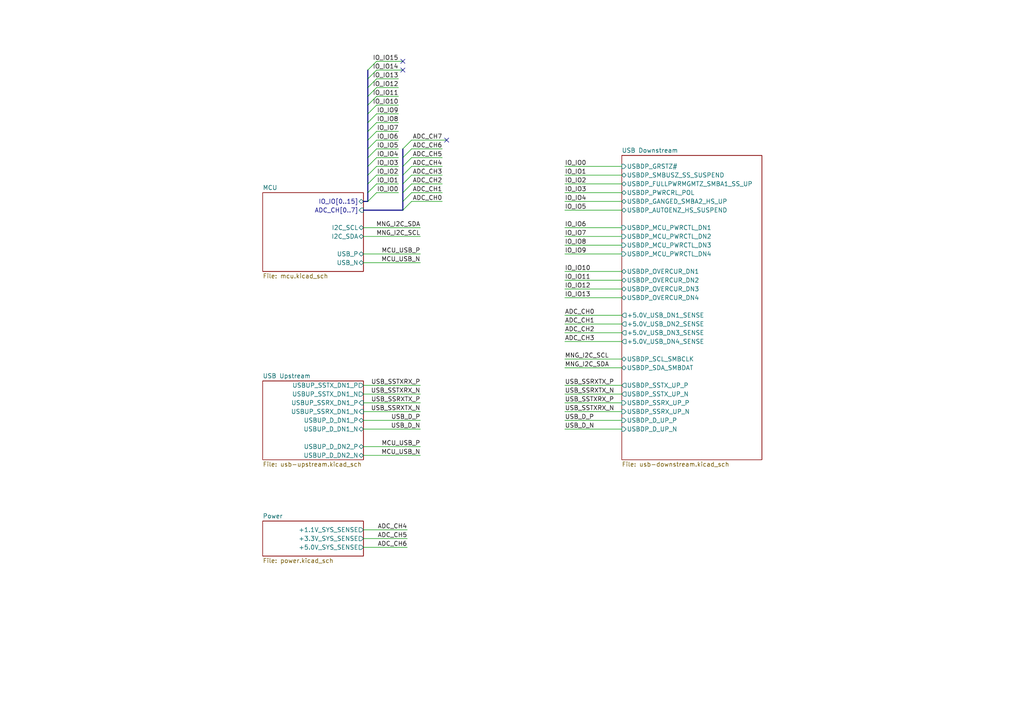
<source format=kicad_sch>
(kicad_sch
	(version 20231120)
	(generator "eeschema")
	(generator_version "8.0")
	(uuid "75e2f29c-cda7-4993-9b47-620d65bf9210")
	(paper "A4")
	(title_block
		(title "USB HUB")
		(date "2024-11-16")
		(rev "1.00")
		(company "Elezbyl")
	)
	(lib_symbols)
	(no_connect
		(at 129.54 40.64)
		(uuid "703d1552-4b31-4200-9663-a67da11f10da")
	)
	(no_connect
		(at 116.84 17.78)
		(uuid "855cf32b-cc9c-44b7-9f84-91debff27f12")
	)
	(no_connect
		(at 116.84 20.32)
		(uuid "ccae8568-7922-4e32-aa7b-1ea3d195c572")
	)
	(bus_entry
		(at 106.68 45.72)
		(size 2.54 -2.54)
		(stroke
			(width 0)
			(type default)
		)
		(uuid "082c4d3d-750c-463c-baaa-7df30fb1527d")
	)
	(bus_entry
		(at 106.68 40.64)
		(size 2.54 -2.54)
		(stroke
			(width 0)
			(type default)
		)
		(uuid "1f06f694-aa6f-4e31-b8da-fc91d713e2e1")
	)
	(bus_entry
		(at 116.84 50.8)
		(size 2.54 -2.54)
		(stroke
			(width 0)
			(type default)
		)
		(uuid "23c4ba21-7fd4-4739-823c-a92d1335cf4e")
	)
	(bus_entry
		(at 106.68 35.56)
		(size 2.54 -2.54)
		(stroke
			(width 0)
			(type default)
		)
		(uuid "2ae07f79-dbb1-4a61-aad5-a128b0cee39d")
	)
	(bus_entry
		(at 106.68 50.8)
		(size 2.54 -2.54)
		(stroke
			(width 0)
			(type default)
		)
		(uuid "2f89da45-ca15-4bbd-b28e-90ef03f07b84")
	)
	(bus_entry
		(at 106.68 43.18)
		(size 2.54 -2.54)
		(stroke
			(width 0)
			(type default)
		)
		(uuid "2f99b0a1-276f-4fc1-9ad4-a5fbe656294e")
	)
	(bus_entry
		(at 106.68 22.86)
		(size 2.54 -2.54)
		(stroke
			(width 0)
			(type default)
		)
		(uuid "555d621c-6a5b-402f-aa53-b44d58b24e3b")
	)
	(bus_entry
		(at 116.84 45.72)
		(size 2.54 -2.54)
		(stroke
			(width 0)
			(type default)
		)
		(uuid "5c75f15b-baf5-463d-b63b-5e14e6df3377")
	)
	(bus_entry
		(at 116.84 55.88)
		(size 2.54 -2.54)
		(stroke
			(width 0)
			(type default)
		)
		(uuid "5fffff34-da75-4856-9f33-6e26f2466d9e")
	)
	(bus_entry
		(at 106.68 38.1)
		(size 2.54 -2.54)
		(stroke
			(width 0)
			(type default)
		)
		(uuid "82e5e00c-da3a-443a-887b-fa1856d23f28")
	)
	(bus_entry
		(at 106.68 58.42)
		(size 2.54 -2.54)
		(stroke
			(width 0)
			(type default)
		)
		(uuid "8527515c-43c6-4cf8-b0e1-d77018e1420d")
	)
	(bus_entry
		(at 116.84 43.18)
		(size 2.54 -2.54)
		(stroke
			(width 0)
			(type default)
		)
		(uuid "9ffa560f-6167-4ddc-b35f-d9f8759c9e97")
	)
	(bus_entry
		(at 106.68 25.4)
		(size 2.54 -2.54)
		(stroke
			(width 0)
			(type default)
		)
		(uuid "a53cee29-661e-4485-baaa-ee7f8af59059")
	)
	(bus_entry
		(at 106.68 33.02)
		(size 2.54 -2.54)
		(stroke
			(width 0)
			(type default)
		)
		(uuid "a871cb14-212f-41c2-b516-814ff2722d8f")
	)
	(bus_entry
		(at 116.84 60.96)
		(size 2.54 -2.54)
		(stroke
			(width 0)
			(type default)
		)
		(uuid "b6976738-c0ea-4a34-8cd5-a1e31f0b7ee7")
	)
	(bus_entry
		(at 116.84 58.42)
		(size 2.54 -2.54)
		(stroke
			(width 0)
			(type default)
		)
		(uuid "b892a0be-4a03-4d49-82e0-a98f1d08ef94")
	)
	(bus_entry
		(at 106.68 55.88)
		(size 2.54 -2.54)
		(stroke
			(width 0)
			(type default)
		)
		(uuid "c6958342-f430-46db-8a4c-8f5d4002dfcc")
	)
	(bus_entry
		(at 116.84 48.26)
		(size 2.54 -2.54)
		(stroke
			(width 0)
			(type default)
		)
		(uuid "d5431240-8720-46eb-a796-c849ed51780e")
	)
	(bus_entry
		(at 116.84 53.34)
		(size 2.54 -2.54)
		(stroke
			(width 0)
			(type default)
		)
		(uuid "dc0b4ec0-f22d-46b5-b8c0-26965d0f0c6e")
	)
	(bus_entry
		(at 106.68 30.48)
		(size 2.54 -2.54)
		(stroke
			(width 0)
			(type default)
		)
		(uuid "dfac604e-f575-4801-8c0d-13b7227cf4d5")
	)
	(bus_entry
		(at 106.68 20.32)
		(size 2.54 -2.54)
		(stroke
			(width 0)
			(type default)
		)
		(uuid "e310c00d-34d6-4484-9b8a-9995ae628ef1")
	)
	(bus_entry
		(at 106.68 53.34)
		(size 2.54 -2.54)
		(stroke
			(width 0)
			(type default)
		)
		(uuid "e5603698-5444-483b-bb43-cd37a5e98d8a")
	)
	(bus_entry
		(at 106.68 27.94)
		(size 2.54 -2.54)
		(stroke
			(width 0)
			(type default)
		)
		(uuid "f53882ce-5d6b-41cb-8ece-10f30235459b")
	)
	(bus_entry
		(at 106.68 48.26)
		(size 2.54 -2.54)
		(stroke
			(width 0)
			(type default)
		)
		(uuid "f7c7c732-f1c2-4042-a665-a1c97632a22b")
	)
	(wire
		(pts
			(xy 105.41 66.04) (xy 121.92 66.04)
		)
		(stroke
			(width 0)
			(type default)
		)
		(uuid "023dd7e5-8f9f-4986-9022-6b29b57fa4d3")
	)
	(wire
		(pts
			(xy 119.38 43.18) (xy 128.27 43.18)
		)
		(stroke
			(width 0)
			(type default)
		)
		(uuid "03946a27-6444-41a4-9d21-637e40341d2e")
	)
	(wire
		(pts
			(xy 180.34 106.68) (xy 163.83 106.68)
		)
		(stroke
			(width 0)
			(type default)
		)
		(uuid "08377c7a-1ce6-4998-8aa1-c4ad3f4cdeaa")
	)
	(wire
		(pts
			(xy 109.22 40.64) (xy 115.57 40.64)
		)
		(stroke
			(width 0)
			(type default)
		)
		(uuid "09362ee7-0b9a-4297-810d-680af9885203")
	)
	(wire
		(pts
			(xy 119.38 45.72) (xy 128.27 45.72)
		)
		(stroke
			(width 0)
			(type default)
		)
		(uuid "0b610073-71c3-4fca-9d4b-d8b9dc275118")
	)
	(wire
		(pts
			(xy 105.41 73.66) (xy 121.92 73.66)
		)
		(stroke
			(width 0)
			(type default)
		)
		(uuid "0eb8ba72-9188-40a6-ad7a-0ceacb55d2f1")
	)
	(bus
		(pts
			(xy 116.84 58.42) (xy 116.84 60.96)
		)
		(stroke
			(width 0)
			(type default)
		)
		(uuid "1330be85-a45d-44f7-9bce-b4399a9b9ecd")
	)
	(bus
		(pts
			(xy 106.68 48.26) (xy 106.68 50.8)
		)
		(stroke
			(width 0)
			(type default)
		)
		(uuid "19d18b50-3e9f-474e-9bcc-71ddbbdf3c04")
	)
	(bus
		(pts
			(xy 106.68 25.4) (xy 106.68 27.94)
		)
		(stroke
			(width 0)
			(type default)
		)
		(uuid "1a888dff-947b-422d-8f9e-fd21acc59295")
	)
	(wire
		(pts
			(xy 163.83 91.44) (xy 180.34 91.44)
		)
		(stroke
			(width 0)
			(type default)
		)
		(uuid "1cc7fa9d-c4fd-4c69-9de1-373008c91ce1")
	)
	(wire
		(pts
			(xy 119.38 55.88) (xy 128.27 55.88)
		)
		(stroke
			(width 0)
			(type default)
		)
		(uuid "2075ec7a-8adc-4aa4-89d1-97b59b4f7ec5")
	)
	(wire
		(pts
			(xy 109.22 33.02) (xy 115.57 33.02)
		)
		(stroke
			(width 0)
			(type default)
		)
		(uuid "2322933a-3f55-4799-bba1-1bed2544e188")
	)
	(wire
		(pts
			(xy 109.22 35.56) (xy 115.57 35.56)
		)
		(stroke
			(width 0)
			(type default)
		)
		(uuid "23586697-2ca1-4a0c-9b7f-b3f5b167015d")
	)
	(wire
		(pts
			(xy 119.38 40.64) (xy 129.54 40.64)
		)
		(stroke
			(width 0)
			(type default)
		)
		(uuid "24f2e121-5359-4053-89b6-bd3241d0426b")
	)
	(wire
		(pts
			(xy 105.41 158.75) (xy 118.11 158.75)
		)
		(stroke
			(width 0)
			(type default)
		)
		(uuid "281561cd-1d6c-4b82-84d6-58986fadbe47")
	)
	(bus
		(pts
			(xy 106.68 55.88) (xy 106.68 58.42)
		)
		(stroke
			(width 0)
			(type default)
		)
		(uuid "2dc6e6a8-338f-4f30-b8fe-0c734752b4f6")
	)
	(bus
		(pts
			(xy 116.84 55.88) (xy 116.84 58.42)
		)
		(stroke
			(width 0)
			(type default)
		)
		(uuid "2edb19fb-1a2a-4f18-9ada-9a889cbbc6c4")
	)
	(wire
		(pts
			(xy 105.41 156.21) (xy 118.11 156.21)
		)
		(stroke
			(width 0)
			(type default)
		)
		(uuid "31ac536f-29a7-4e02-9bb8-2e1ba1583813")
	)
	(bus
		(pts
			(xy 106.68 40.64) (xy 106.68 43.18)
		)
		(stroke
			(width 0)
			(type default)
		)
		(uuid "3630fef8-f21c-4669-9eee-fd745d7f072e")
	)
	(bus
		(pts
			(xy 106.68 22.86) (xy 106.68 25.4)
		)
		(stroke
			(width 0)
			(type default)
		)
		(uuid "363cd2fe-1cb4-45fd-a87f-2b8ead1675f2")
	)
	(bus
		(pts
			(xy 106.68 20.32) (xy 106.68 22.86)
		)
		(stroke
			(width 0)
			(type default)
		)
		(uuid "39a71994-3535-4839-9d79-48d164724ecf")
	)
	(wire
		(pts
			(xy 105.41 153.67) (xy 118.11 153.67)
		)
		(stroke
			(width 0)
			(type default)
		)
		(uuid "3a6d1429-2926-4285-a7ee-bb041576a8d6")
	)
	(wire
		(pts
			(xy 105.41 119.38) (xy 121.92 119.38)
		)
		(stroke
			(width 0)
			(type default)
		)
		(uuid "4143b735-f968-4588-a614-5630dff80e84")
	)
	(wire
		(pts
			(xy 163.83 81.28) (xy 180.34 81.28)
		)
		(stroke
			(width 0)
			(type default)
		)
		(uuid "4341d954-6f2d-4bd4-aa3f-d9efbaa30345")
	)
	(bus
		(pts
			(xy 106.68 33.02) (xy 106.68 35.56)
		)
		(stroke
			(width 0)
			(type default)
		)
		(uuid "47527988-7a01-4d9d-87e0-4284890cfb35")
	)
	(bus
		(pts
			(xy 105.41 58.42) (xy 106.68 58.42)
		)
		(stroke
			(width 0)
			(type default)
		)
		(uuid "48b378f7-b0d9-42a0-bd3d-885c483f5329")
	)
	(wire
		(pts
			(xy 105.41 116.84) (xy 121.92 116.84)
		)
		(stroke
			(width 0)
			(type default)
		)
		(uuid "4ad6cbd7-d8f9-426d-8b04-7883b03b2c98")
	)
	(bus
		(pts
			(xy 106.68 45.72) (xy 106.68 48.26)
		)
		(stroke
			(width 0)
			(type default)
		)
		(uuid "4d882a63-c042-4180-ab71-82fd918c852b")
	)
	(wire
		(pts
			(xy 105.41 129.54) (xy 121.92 129.54)
		)
		(stroke
			(width 0)
			(type default)
		)
		(uuid "5220f8a6-fa78-4ec2-8ead-65a015a8d65d")
	)
	(wire
		(pts
			(xy 180.34 121.92) (xy 163.83 121.92)
		)
		(stroke
			(width 0)
			(type default)
		)
		(uuid "548332b4-16f8-4fa6-8612-021d5d86f7f8")
	)
	(wire
		(pts
			(xy 109.22 53.34) (xy 115.57 53.34)
		)
		(stroke
			(width 0)
			(type default)
		)
		(uuid "55111345-05c3-427d-b56e-ae12cdbe8e82")
	)
	(wire
		(pts
			(xy 163.83 86.36) (xy 180.34 86.36)
		)
		(stroke
			(width 0)
			(type default)
		)
		(uuid "584ae0d8-db42-4357-824a-b88b1e27bb98")
	)
	(wire
		(pts
			(xy 109.22 45.72) (xy 115.57 45.72)
		)
		(stroke
			(width 0)
			(type default)
		)
		(uuid "584df059-92c0-4d6f-b616-f7928234354f")
	)
	(wire
		(pts
			(xy 109.22 55.88) (xy 115.57 55.88)
		)
		(stroke
			(width 0)
			(type default)
		)
		(uuid "5a58ba5c-f3b2-48ca-b59d-07449e3eb308")
	)
	(wire
		(pts
			(xy 163.83 78.74) (xy 180.34 78.74)
		)
		(stroke
			(width 0)
			(type default)
		)
		(uuid "5e82b1bb-0fd3-4af2-9825-f77f4e1e55fe")
	)
	(wire
		(pts
			(xy 180.34 48.26) (xy 163.83 48.26)
		)
		(stroke
			(width 0)
			(type default)
		)
		(uuid "5fdc6588-b72a-428d-a549-df56ff135693")
	)
	(wire
		(pts
			(xy 180.34 124.46) (xy 163.83 124.46)
		)
		(stroke
			(width 0)
			(type default)
		)
		(uuid "6a34ee90-ac31-4917-b88c-25b5f8d58b8c")
	)
	(wire
		(pts
			(xy 180.34 119.38) (xy 163.83 119.38)
		)
		(stroke
			(width 0)
			(type default)
		)
		(uuid "6c94af20-a5cd-470f-8df0-3592ffbfcbf7")
	)
	(wire
		(pts
			(xy 180.34 116.84) (xy 163.83 116.84)
		)
		(stroke
			(width 0)
			(type default)
		)
		(uuid "6e264169-694d-4cee-924a-705395e1cf64")
	)
	(wire
		(pts
			(xy 105.41 121.92) (xy 121.92 121.92)
		)
		(stroke
			(width 0)
			(type default)
		)
		(uuid "71a7b429-f835-4a45-af14-61d3a66e00c4")
	)
	(wire
		(pts
			(xy 163.83 96.52) (xy 180.34 96.52)
		)
		(stroke
			(width 0)
			(type default)
		)
		(uuid "71bfd2fb-c323-4be6-9763-4156a58a8604")
	)
	(wire
		(pts
			(xy 180.34 53.34) (xy 163.83 53.34)
		)
		(stroke
			(width 0)
			(type default)
		)
		(uuid "742c1665-2784-4019-bbec-08171c940e4c")
	)
	(wire
		(pts
			(xy 105.41 111.76) (xy 121.92 111.76)
		)
		(stroke
			(width 0)
			(type default)
		)
		(uuid "7531c5bb-6a8a-4a61-9bb4-dc7763cc38a2")
	)
	(bus
		(pts
			(xy 106.68 35.56) (xy 106.68 38.1)
		)
		(stroke
			(width 0)
			(type default)
		)
		(uuid "762784ee-295b-4269-a4d2-b8e5b41107cb")
	)
	(wire
		(pts
			(xy 163.83 93.98) (xy 180.34 93.98)
		)
		(stroke
			(width 0)
			(type default)
		)
		(uuid "799975a5-554c-4ea3-af7a-edeac6c9b3ff")
	)
	(wire
		(pts
			(xy 180.34 60.96) (xy 163.83 60.96)
		)
		(stroke
			(width 0)
			(type default)
		)
		(uuid "7af05063-3aa7-40ea-844a-5fcb802e5985")
	)
	(wire
		(pts
			(xy 163.83 66.04) (xy 180.34 66.04)
		)
		(stroke
			(width 0)
			(type default)
		)
		(uuid "7b5773ab-23a3-4aa0-a97d-3ee5e445cea6")
	)
	(wire
		(pts
			(xy 180.34 111.76) (xy 163.83 111.76)
		)
		(stroke
			(width 0)
			(type default)
		)
		(uuid "7d807c81-4962-4355-b11d-17d4ada676f1")
	)
	(bus
		(pts
			(xy 116.84 45.72) (xy 116.84 48.26)
		)
		(stroke
			(width 0)
			(type default)
		)
		(uuid "8481bcc8-ea28-4e4c-a56c-8ab482ea7edb")
	)
	(wire
		(pts
			(xy 105.41 114.3) (xy 121.92 114.3)
		)
		(stroke
			(width 0)
			(type default)
		)
		(uuid "86c84e30-215c-4a32-8c8d-e5f9e77a794c")
	)
	(wire
		(pts
			(xy 105.41 76.2) (xy 121.92 76.2)
		)
		(stroke
			(width 0)
			(type default)
		)
		(uuid "8baa9b7c-fd75-4776-80c5-df4df28820ae")
	)
	(bus
		(pts
			(xy 116.84 43.18) (xy 116.84 45.72)
		)
		(stroke
			(width 0)
			(type default)
		)
		(uuid "9227df6d-fa0b-462b-a5f5-367c2903768e")
	)
	(wire
		(pts
			(xy 105.41 132.08) (xy 121.92 132.08)
		)
		(stroke
			(width 0)
			(type default)
		)
		(uuid "95155c89-cf70-4f25-8f6f-ef22c13b9856")
	)
	(bus
		(pts
			(xy 106.68 30.48) (xy 106.68 33.02)
		)
		(stroke
			(width 0)
			(type default)
		)
		(uuid "995103db-9a90-4ff6-859a-01eab12cd147")
	)
	(wire
		(pts
			(xy 109.22 43.18) (xy 115.57 43.18)
		)
		(stroke
			(width 0)
			(type default)
		)
		(uuid "a0cfc33e-99e0-4aa5-9526-54f4ea56b7d0")
	)
	(wire
		(pts
			(xy 109.22 30.48) (xy 115.57 30.48)
		)
		(stroke
			(width 0)
			(type default)
		)
		(uuid "a18ee2c9-2ad0-4d8e-b49a-db0a7b202df7")
	)
	(wire
		(pts
			(xy 180.34 114.3) (xy 163.83 114.3)
		)
		(stroke
			(width 0)
			(type default)
		)
		(uuid "a50be730-ea88-40db-b04a-b32091a19d3b")
	)
	(wire
		(pts
			(xy 163.83 68.58) (xy 180.34 68.58)
		)
		(stroke
			(width 0)
			(type default)
		)
		(uuid "aa5e6a86-d175-4f86-97f2-44d2fc8318fe")
	)
	(wire
		(pts
			(xy 119.38 50.8) (xy 128.27 50.8)
		)
		(stroke
			(width 0)
			(type default)
		)
		(uuid "ad7166da-0dcd-4618-b09b-e434fb33e568")
	)
	(wire
		(pts
			(xy 119.38 53.34) (xy 128.27 53.34)
		)
		(stroke
			(width 0)
			(type default)
		)
		(uuid "b0ad489a-5f9b-43ac-8f49-d3dfd4d89929")
	)
	(wire
		(pts
			(xy 105.41 68.58) (xy 121.92 68.58)
		)
		(stroke
			(width 0)
			(type default)
		)
		(uuid "b2fde4c9-7f2a-4761-aab9-15ce38fa2ca1")
	)
	(wire
		(pts
			(xy 163.83 99.06) (xy 180.34 99.06)
		)
		(stroke
			(width 0)
			(type default)
		)
		(uuid "b5a02690-5b0d-42fb-a00d-d7f191a5f99e")
	)
	(wire
		(pts
			(xy 119.38 48.26) (xy 128.27 48.26)
		)
		(stroke
			(width 0)
			(type default)
		)
		(uuid "b781215b-6837-45e9-9398-a9f5f2591bed")
	)
	(bus
		(pts
			(xy 106.68 43.18) (xy 106.68 45.72)
		)
		(stroke
			(width 0)
			(type default)
		)
		(uuid "b9122ed2-4c82-45d3-be50-67ab54fd5e36")
	)
	(wire
		(pts
			(xy 180.34 58.42) (xy 163.83 58.42)
		)
		(stroke
			(width 0)
			(type default)
		)
		(uuid "bea97740-e759-498b-9764-cb1707e66c29")
	)
	(wire
		(pts
			(xy 163.83 71.12) (xy 180.34 71.12)
		)
		(stroke
			(width 0)
			(type default)
		)
		(uuid "bf8b0eaa-e258-4edc-8edf-deefb5f4e6ad")
	)
	(bus
		(pts
			(xy 106.68 50.8) (xy 106.68 53.34)
		)
		(stroke
			(width 0)
			(type default)
		)
		(uuid "c0e4da0e-6cf7-4dbb-b634-f5225dd7997c")
	)
	(wire
		(pts
			(xy 109.22 20.32) (xy 116.84 20.32)
		)
		(stroke
			(width 0)
			(type default)
		)
		(uuid "c126e2cd-9589-4ece-a554-eb0b52a69151")
	)
	(wire
		(pts
			(xy 163.83 83.82) (xy 180.34 83.82)
		)
		(stroke
			(width 0)
			(type default)
		)
		(uuid "c3bf25e5-7207-4d5a-9db9-f3b976f7947c")
	)
	(wire
		(pts
			(xy 109.22 27.94) (xy 115.57 27.94)
		)
		(stroke
			(width 0)
			(type default)
		)
		(uuid "c801c86c-87bc-43d6-825b-12a9cf740f79")
	)
	(wire
		(pts
			(xy 180.34 50.8) (xy 163.83 50.8)
		)
		(stroke
			(width 0)
			(type default)
		)
		(uuid "ca87e39b-e5f4-472c-bf31-376f55f5bb63")
	)
	(bus
		(pts
			(xy 116.84 48.26) (xy 116.84 50.8)
		)
		(stroke
			(width 0)
			(type default)
		)
		(uuid "caf47688-5cc8-4541-90e7-7a9713339c14")
	)
	(wire
		(pts
			(xy 109.22 50.8) (xy 115.57 50.8)
		)
		(stroke
			(width 0)
			(type default)
		)
		(uuid "ce8046e3-3072-40e4-a32d-2b3d177be531")
	)
	(wire
		(pts
			(xy 180.34 55.88) (xy 163.83 55.88)
		)
		(stroke
			(width 0)
			(type default)
		)
		(uuid "d38db405-3e7e-480a-9c76-19c2adea4862")
	)
	(bus
		(pts
			(xy 116.84 53.34) (xy 116.84 55.88)
		)
		(stroke
			(width 0)
			(type default)
		)
		(uuid "d45430b1-8457-474a-b843-bb7ef12c608d")
	)
	(wire
		(pts
			(xy 163.83 73.66) (xy 180.34 73.66)
		)
		(stroke
			(width 0)
			(type default)
		)
		(uuid "d6db0643-9f0d-4095-b20e-99570b1d1eca")
	)
	(wire
		(pts
			(xy 180.34 104.14) (xy 163.83 104.14)
		)
		(stroke
			(width 0)
			(type default)
		)
		(uuid "d780e163-1478-42a5-a0c5-d37eca7798d0")
	)
	(bus
		(pts
			(xy 106.68 53.34) (xy 106.68 55.88)
		)
		(stroke
			(width 0)
			(type default)
		)
		(uuid "dfefd246-2de5-4947-a7e4-57717df06c3f")
	)
	(wire
		(pts
			(xy 109.22 17.78) (xy 116.84 17.78)
		)
		(stroke
			(width 0)
			(type default)
		)
		(uuid "e2c11c5f-e9e4-45e7-ab91-df2e7435f178")
	)
	(wire
		(pts
			(xy 109.22 48.26) (xy 115.57 48.26)
		)
		(stroke
			(width 0)
			(type default)
		)
		(uuid "e4c31897-1ec4-4b9d-ac82-ad2d5ea2760b")
	)
	(wire
		(pts
			(xy 119.38 58.42) (xy 128.27 58.42)
		)
		(stroke
			(width 0)
			(type default)
		)
		(uuid "ed639bcf-caa1-441f-992a-a6e1dd5edcac")
	)
	(bus
		(pts
			(xy 106.68 38.1) (xy 106.68 40.64)
		)
		(stroke
			(width 0)
			(type default)
		)
		(uuid "f1c3d02b-8394-4577-9b12-cb55332f5226")
	)
	(wire
		(pts
			(xy 109.22 25.4) (xy 115.57 25.4)
		)
		(stroke
			(width 0)
			(type default)
		)
		(uuid "f303689e-c3a3-4ae6-8aa5-762d1e66cff9")
	)
	(bus
		(pts
			(xy 106.68 27.94) (xy 106.68 30.48)
		)
		(stroke
			(width 0)
			(type default)
		)
		(uuid "f3990aad-6d7c-4f5a-9ec9-bd72996cc270")
	)
	(wire
		(pts
			(xy 105.41 124.46) (xy 121.92 124.46)
		)
		(stroke
			(width 0)
			(type default)
		)
		(uuid "f654b984-8fe9-45bf-946b-9f90afd82a24")
	)
	(wire
		(pts
			(xy 109.22 22.86) (xy 115.57 22.86)
		)
		(stroke
			(width 0)
			(type default)
		)
		(uuid "f775296b-fe90-4e07-95af-1e246a6cc187")
	)
	(bus
		(pts
			(xy 105.41 60.96) (xy 116.84 60.96)
		)
		(stroke
			(width 0)
			(type default)
		)
		(uuid "fa353b99-4c57-4fa4-a9be-54bb0886538f")
	)
	(bus
		(pts
			(xy 116.84 50.8) (xy 116.84 53.34)
		)
		(stroke
			(width 0)
			(type default)
		)
		(uuid "fa508765-69db-47cd-93af-da053bbc985f")
	)
	(wire
		(pts
			(xy 109.22 38.1) (xy 115.57 38.1)
		)
		(stroke
			(width 0)
			(type default)
		)
		(uuid "fd868437-1e48-4585-8d17-6ab7dce1625d")
	)
	(label "MNG_I2C_SCL"
		(at 163.83 104.14 0)
		(fields_autoplaced yes)
		(effects
			(font
				(size 1.27 1.27)
			)
			(justify left bottom)
		)
		(uuid "00805c77-4233-49a9-813f-da923f3e1f2f")
	)
	(label "ADC_CH1"
		(at 163.83 93.98 0)
		(fields_autoplaced yes)
		(effects
			(font
				(size 1.27 1.27)
			)
			(justify left bottom)
		)
		(uuid "01dda5d8-719a-4174-be1a-956ca57ce4e1")
	)
	(label "ADC_CH4"
		(at 118.11 153.67 180)
		(fields_autoplaced yes)
		(effects
			(font
				(size 1.27 1.27)
			)
			(justify right bottom)
		)
		(uuid "0802781b-a65c-4c86-b5e5-bd74aa4a1fe5")
	)
	(label "ADC_CH1"
		(at 128.27 55.88 180)
		(fields_autoplaced yes)
		(effects
			(font
				(size 1.27 1.27)
			)
			(justify right bottom)
		)
		(uuid "089a944b-9676-4148-a35f-ce6fb00125e8")
	)
	(label "IO_IO9"
		(at 115.57 33.02 180)
		(fields_autoplaced yes)
		(effects
			(font
				(size 1.27 1.27)
			)
			(justify right bottom)
		)
		(uuid "0ecec00e-b3c1-48cc-8b63-5baf9c853dd4")
	)
	(label "IO_IO10"
		(at 163.83 78.74 0)
		(fields_autoplaced yes)
		(effects
			(font
				(size 1.27 1.27)
			)
			(justify left bottom)
		)
		(uuid "1235e522-fcaf-4ba6-bc26-de7db986b217")
	)
	(label "IO_IO11"
		(at 163.83 81.28 0)
		(fields_autoplaced yes)
		(effects
			(font
				(size 1.27 1.27)
			)
			(justify left bottom)
		)
		(uuid "138bb0b2-a7bb-42d5-b341-c4bd1d254c10")
	)
	(label "ADC_CH0"
		(at 163.83 91.44 0)
		(fields_autoplaced yes)
		(effects
			(font
				(size 1.27 1.27)
			)
			(justify left bottom)
		)
		(uuid "1a1a1d61-f1c3-487e-a557-41b4807b8871")
	)
	(label "IO_IO1"
		(at 115.57 53.34 180)
		(fields_autoplaced yes)
		(effects
			(font
				(size 1.27 1.27)
			)
			(justify right bottom)
		)
		(uuid "237d9914-0571-4d48-9009-29065b9255bc")
	)
	(label "MNG_I2C_SDA"
		(at 121.92 66.04 180)
		(fields_autoplaced yes)
		(effects
			(font
				(size 1.27 1.27)
			)
			(justify right bottom)
		)
		(uuid "24eb174f-05e7-44f6-9579-cefd55d2d9e7")
	)
	(label "ADC_CH5"
		(at 128.27 45.72 180)
		(fields_autoplaced yes)
		(effects
			(font
				(size 1.27 1.27)
			)
			(justify right bottom)
		)
		(uuid "25155c78-e2a9-4905-b038-940f7c989ef2")
	)
	(label "MCU_USB_P"
		(at 121.92 129.54 180)
		(fields_autoplaced yes)
		(effects
			(font
				(size 1.27 1.27)
			)
			(justify right bottom)
		)
		(uuid "2833c9a9-f9fc-40c0-a92d-2999e73f214d")
	)
	(label "IO_IO4"
		(at 163.83 58.42 0)
		(fields_autoplaced yes)
		(effects
			(font
				(size 1.27 1.27)
			)
			(justify left bottom)
		)
		(uuid "2a611b4a-2ca8-4f0d-b718-64fd3c1fd83c")
	)
	(label "IO_IO12"
		(at 115.57 25.4 180)
		(fields_autoplaced yes)
		(effects
			(font
				(size 1.27 1.27)
			)
			(justify right bottom)
		)
		(uuid "2bab4a79-021c-4921-b733-ca9ab3ae2b53")
	)
	(label "IO_IO5"
		(at 163.83 60.96 0)
		(fields_autoplaced yes)
		(effects
			(font
				(size 1.27 1.27)
			)
			(justify left bottom)
		)
		(uuid "2e8f45ea-e275-4df0-bcd4-c22079d86bbc")
	)
	(label "IO_IO0"
		(at 115.57 55.88 180)
		(fields_autoplaced yes)
		(effects
			(font
				(size 1.27 1.27)
			)
			(justify right bottom)
		)
		(uuid "30841f6d-01fc-4c7e-952d-ce305a0e2adc")
	)
	(label "USB_SSRXTX_N"
		(at 163.83 114.3 0)
		(fields_autoplaced yes)
		(effects
			(font
				(size 1.27 1.27)
			)
			(justify left bottom)
		)
		(uuid "31b1f73f-807f-41eb-b844-d7593505961d")
	)
	(label "IO_IO7"
		(at 163.83 68.58 0)
		(fields_autoplaced yes)
		(effects
			(font
				(size 1.27 1.27)
			)
			(justify left bottom)
		)
		(uuid "3315b287-452e-472c-bb2f-100f4764061d")
	)
	(label "USB_SSTXRX_N"
		(at 163.83 119.38 0)
		(fields_autoplaced yes)
		(effects
			(font
				(size 1.27 1.27)
			)
			(justify left bottom)
		)
		(uuid "33fdd918-cc66-4cad-b909-7b5d7324dc95")
	)
	(label "USB_D_N"
		(at 163.83 124.46 0)
		(fields_autoplaced yes)
		(effects
			(font
				(size 1.27 1.27)
			)
			(justify left bottom)
		)
		(uuid "34753c98-b0d9-43e4-a0a5-5fcc2e1f024c")
	)
	(label "USB_D_P"
		(at 121.92 121.92 180)
		(fields_autoplaced yes)
		(effects
			(font
				(size 1.27 1.27)
			)
			(justify right bottom)
		)
		(uuid "377aee61-54db-4f1c-8c03-95830bdf88bb")
	)
	(label "USB_D_P"
		(at 163.83 121.92 0)
		(fields_autoplaced yes)
		(effects
			(font
				(size 1.27 1.27)
			)
			(justify left bottom)
		)
		(uuid "3a5de3c1-0ce6-4159-b943-d4780b9a7643")
	)
	(label "MCU_USB_N"
		(at 121.92 76.2 180)
		(fields_autoplaced yes)
		(effects
			(font
				(size 1.27 1.27)
			)
			(justify right bottom)
		)
		(uuid "3bbf8221-31dd-41f5-ad85-15fea03ae721")
	)
	(label "ADC_CH3"
		(at 128.27 50.8 180)
		(fields_autoplaced yes)
		(effects
			(font
				(size 1.27 1.27)
			)
			(justify right bottom)
		)
		(uuid "3beb94e5-7cba-4f21-8c9c-4991acba4639")
	)
	(label "ADC_CH2"
		(at 128.27 53.34 180)
		(fields_autoplaced yes)
		(effects
			(font
				(size 1.27 1.27)
			)
			(justify right bottom)
		)
		(uuid "3dffd0fe-0aa7-4cc0-945f-408133264d32")
	)
	(label "IO_IO5"
		(at 115.57 43.18 180)
		(fields_autoplaced yes)
		(effects
			(font
				(size 1.27 1.27)
			)
			(justify right bottom)
		)
		(uuid "43bb590e-4b52-4dac-af70-226df7c0e704")
	)
	(label "IO_IO8"
		(at 115.57 35.56 180)
		(fields_autoplaced yes)
		(effects
			(font
				(size 1.27 1.27)
			)
			(justify right bottom)
		)
		(uuid "4c1b21c7-33f3-44b6-a49a-7975183ed181")
	)
	(label "IO_IO15"
		(at 115.57 17.78 180)
		(fields_autoplaced yes)
		(effects
			(font
				(size 1.27 1.27)
			)
			(justify right bottom)
		)
		(uuid "4f4081ed-0902-474a-92a2-636a566e0b85")
	)
	(label "USB_SSRXTX_P"
		(at 121.92 116.84 180)
		(fields_autoplaced yes)
		(effects
			(font
				(size 1.27 1.27)
			)
			(justify right bottom)
		)
		(uuid "547710a7-d280-45bd-9db4-871e70822e3c")
	)
	(label "ADC_CH3"
		(at 163.83 99.06 0)
		(fields_autoplaced yes)
		(effects
			(font
				(size 1.27 1.27)
			)
			(justify left bottom)
		)
		(uuid "571b9fbf-1883-4068-b485-f28f0d5593e8")
	)
	(label "IO_IO6"
		(at 163.83 66.04 0)
		(fields_autoplaced yes)
		(effects
			(font
				(size 1.27 1.27)
			)
			(justify left bottom)
		)
		(uuid "5adde16f-48e7-4c78-a5a3-96040b056dd8")
	)
	(label "USB_D_N"
		(at 121.92 124.46 180)
		(fields_autoplaced yes)
		(effects
			(font
				(size 1.27 1.27)
			)
			(justify right bottom)
		)
		(uuid "62ffd1b4-c134-41e6-981a-dcb62a54103e")
	)
	(label "IO_IO3"
		(at 163.83 55.88 0)
		(fields_autoplaced yes)
		(effects
			(font
				(size 1.27 1.27)
			)
			(justify left bottom)
		)
		(uuid "6341db23-2544-4f5d-ae8c-f644087c7e04")
	)
	(label "ADC_CH6"
		(at 128.27 43.18 180)
		(fields_autoplaced yes)
		(effects
			(font
				(size 1.27 1.27)
			)
			(justify right bottom)
		)
		(uuid "6b74ae78-118d-4804-8203-64bc362d8912")
	)
	(label "ADC_CH0"
		(at 128.27 58.42 180)
		(fields_autoplaced yes)
		(effects
			(font
				(size 1.27 1.27)
			)
			(justify right bottom)
		)
		(uuid "6c8d4c9e-0992-415b-9abc-92819ef6b15e")
	)
	(label "USB_SSTXRX_N"
		(at 121.92 114.3 180)
		(fields_autoplaced yes)
		(effects
			(font
				(size 1.27 1.27)
			)
			(justify right bottom)
		)
		(uuid "76cd72ab-b86b-48ba-8780-d350ffcd7da4")
	)
	(label "MNG_I2C_SCL"
		(at 121.92 68.58 180)
		(fields_autoplaced yes)
		(effects
			(font
				(size 1.27 1.27)
			)
			(justify right bottom)
		)
		(uuid "7acc86d9-de8d-4a60-9fd6-293c2f40ea1c")
	)
	(label "ADC_CH4"
		(at 128.27 48.26 180)
		(fields_autoplaced yes)
		(effects
			(font
				(size 1.27 1.27)
			)
			(justify right bottom)
		)
		(uuid "7b88efa4-af01-4099-8d91-c6d6e13bff4b")
	)
	(label "ADC_CH2"
		(at 163.83 96.52 0)
		(fields_autoplaced yes)
		(effects
			(font
				(size 1.27 1.27)
			)
			(justify left bottom)
		)
		(uuid "7e6d14a8-bfca-4756-8b16-2c3d38119138")
	)
	(label "IO_IO13"
		(at 163.83 86.36 0)
		(fields_autoplaced yes)
		(effects
			(font
				(size 1.27 1.27)
			)
			(justify left bottom)
		)
		(uuid "8196037b-ffef-4c28-b2f5-b90bf0828a0c")
	)
	(label "MCU_USB_N"
		(at 121.92 132.08 180)
		(fields_autoplaced yes)
		(effects
			(font
				(size 1.27 1.27)
			)
			(justify right bottom)
		)
		(uuid "967c54b0-e7d9-47c9-87a8-d9ccd18a3e92")
	)
	(label "IO_IO4"
		(at 115.57 45.72 180)
		(fields_autoplaced yes)
		(effects
			(font
				(size 1.27 1.27)
			)
			(justify right bottom)
		)
		(uuid "98f3e4a0-7a22-4230-b8d8-e3b9d47ee6ab")
	)
	(label "IO_IO7"
		(at 115.57 38.1 180)
		(fields_autoplaced yes)
		(effects
			(font
				(size 1.27 1.27)
			)
			(justify right bottom)
		)
		(uuid "9a9ce59b-b5dc-4b92-891b-15bc9df026d5")
	)
	(label "USB_SSRXTX_N"
		(at 121.92 119.38 180)
		(fields_autoplaced yes)
		(effects
			(font
				(size 1.27 1.27)
			)
			(justify right bottom)
		)
		(uuid "a1da8a53-1cbf-4aaf-af6f-a946e61386be")
	)
	(label "IO_IO11"
		(at 115.57 27.94 180)
		(fields_autoplaced yes)
		(effects
			(font
				(size 1.27 1.27)
			)
			(justify right bottom)
		)
		(uuid "a7e084f0-e431-440e-b12e-990664843236")
	)
	(label "IO_IO12"
		(at 163.83 83.82 0)
		(fields_autoplaced yes)
		(effects
			(font
				(size 1.27 1.27)
			)
			(justify left bottom)
		)
		(uuid "a7f94c8a-c736-4603-970d-9ea28e7b8e0b")
	)
	(label "IO_IO8"
		(at 163.83 71.12 0)
		(fields_autoplaced yes)
		(effects
			(font
				(size 1.27 1.27)
			)
			(justify left bottom)
		)
		(uuid "a8907335-d83d-4a4c-a6d3-dea83a952565")
	)
	(label "USB_SSTXRX_P"
		(at 121.92 111.76 180)
		(fields_autoplaced yes)
		(effects
			(font
				(size 1.27 1.27)
			)
			(justify right bottom)
		)
		(uuid "abc2f150-d7c0-4b00-a32d-d60dcfa3f940")
	)
	(label "ADC_CH5"
		(at 118.11 156.21 180)
		(fields_autoplaced yes)
		(effects
			(font
				(size 1.27 1.27)
			)
			(justify right bottom)
		)
		(uuid "adac1bea-3cb4-4fb6-9c41-c43ec7759d84")
	)
	(label "IO_IO2"
		(at 115.57 50.8 180)
		(fields_autoplaced yes)
		(effects
			(font
				(size 1.27 1.27)
			)
			(justify right bottom)
		)
		(uuid "b76c67d9-fd98-453b-95a8-d59ea1576a3e")
	)
	(label "ADC_CH6"
		(at 118.11 158.75 180)
		(fields_autoplaced yes)
		(effects
			(font
				(size 1.27 1.27)
			)
			(justify right bottom)
		)
		(uuid "c1abffa5-6aeb-45df-9425-241e508882b8")
	)
	(label "USB_SSRXTX_P"
		(at 163.83 111.76 0)
		(fields_autoplaced yes)
		(effects
			(font
				(size 1.27 1.27)
			)
			(justify left bottom)
		)
		(uuid "cacc5e64-e6c8-4af7-a1e1-26cf2cd22aba")
	)
	(label "IO_IO2"
		(at 163.83 53.34 0)
		(fields_autoplaced yes)
		(effects
			(font
				(size 1.27 1.27)
			)
			(justify left bottom)
		)
		(uuid "cbf10e32-4732-4281-ab71-f01fe0d0b2bc")
	)
	(label "IO_IO1"
		(at 163.83 50.8 0)
		(fields_autoplaced yes)
		(effects
			(font
				(size 1.27 1.27)
			)
			(justify left bottom)
		)
		(uuid "ccff2e38-958e-4624-a5e6-dd7edbef3323")
	)
	(label "IO_IO10"
		(at 115.57 30.48 180)
		(fields_autoplaced yes)
		(effects
			(font
				(size 1.27 1.27)
			)
			(justify right bottom)
		)
		(uuid "cd00d253-3340-4dd0-a089-7bd344d841e5")
	)
	(label "USB_SSTXRX_P"
		(at 163.83 116.84 0)
		(fields_autoplaced yes)
		(effects
			(font
				(size 1.27 1.27)
			)
			(justify left bottom)
		)
		(uuid "cf9192c6-7783-41fb-90a9-e94554af8672")
	)
	(label "MNG_I2C_SDA"
		(at 163.83 106.68 0)
		(fields_autoplaced yes)
		(effects
			(font
				(size 1.27 1.27)
			)
			(justify left bottom)
		)
		(uuid "d04469eb-0ead-40e9-b9e3-1cddd89f14b0")
	)
	(label "ADC_CH7"
		(at 128.27 40.64 180)
		(fields_autoplaced yes)
		(effects
			(font
				(size 1.27 1.27)
			)
			(justify right bottom)
		)
		(uuid "dd18d23d-b796-4232-a974-58aea0b1af27")
	)
	(label "IO_IO0"
		(at 163.83 48.26 0)
		(fields_autoplaced yes)
		(effects
			(font
				(size 1.27 1.27)
			)
			(justify left bottom)
		)
		(uuid "e876b431-8f12-488b-9072-0b4ba552a604")
	)
	(label "IO_IO14"
		(at 115.57 20.32 180)
		(fields_autoplaced yes)
		(effects
			(font
				(size 1.27 1.27)
			)
			(justify right bottom)
		)
		(uuid "ec950a36-f23c-4778-bb22-a157ce1652e6")
	)
	(label "IO_IO13"
		(at 115.57 22.86 180)
		(fields_autoplaced yes)
		(effects
			(font
				(size 1.27 1.27)
			)
			(justify right bottom)
		)
		(uuid "eeaf8a94-8adb-42ed-a39e-5ed99a0245b8")
	)
	(label "IO_IO6"
		(at 115.57 40.64 180)
		(fields_autoplaced yes)
		(effects
			(font
				(size 1.27 1.27)
			)
			(justify right bottom)
		)
		(uuid "f99bff78-7f67-4d7a-ad3a-55fb12204309")
	)
	(label "IO_IO3"
		(at 115.57 48.26 180)
		(fields_autoplaced yes)
		(effects
			(font
				(size 1.27 1.27)
			)
			(justify right bottom)
		)
		(uuid "fe53868c-cba2-4b68-8f75-c205abcf08af")
	)
	(label "MCU_USB_P"
		(at 121.92 73.66 180)
		(fields_autoplaced yes)
		(effects
			(font
				(size 1.27 1.27)
			)
			(justify right bottom)
		)
		(uuid "ff405a4c-c227-443f-87b6-455d45ba400b")
	)
	(label "IO_IO9"
		(at 163.83 73.66 0)
		(fields_autoplaced yes)
		(effects
			(font
				(size 1.27 1.27)
			)
			(justify left bottom)
		)
		(uuid "ff97b479-5fc9-4e84-a590-d13f39248f4e")
	)
	(sheet
		(at 76.2 55.88)
		(size 29.21 22.86)
		(fields_autoplaced yes)
		(stroke
			(width 0.1524)
			(type solid)
		)
		(fill
			(color 0 0 0 0.0000)
		)
		(uuid "1cc03b6e-60e7-473c-961f-082daf78bf7b")
		(property "Sheetname" "MCU"
			(at 76.2 55.1684 0)
			(effects
				(font
					(size 1.27 1.27)
				)
				(justify left bottom)
			)
		)
		(property "Sheetfile" "mcu.kicad_sch"
			(at 76.2 79.3246 0)
			(effects
				(font
					(size 1.27 1.27)
				)
				(justify left top)
			)
		)
		(pin "I2C_SDA" bidirectional
			(at 105.41 68.58 0)
			(effects
				(font
					(size 1.27 1.27)
				)
				(justify right)
			)
			(uuid "7625fc27-63e0-4aaf-ac27-1d156e94ee85")
		)
		(pin "USB_P" bidirectional
			(at 105.41 73.66 0)
			(effects
				(font
					(size 1.27 1.27)
				)
				(justify right)
			)
			(uuid "0d0c301c-e361-436f-86a5-dee6540a6738")
		)
		(pin "USB_N" bidirectional
			(at 105.41 76.2 0)
			(effects
				(font
					(size 1.27 1.27)
				)
				(justify right)
			)
			(uuid "5c210487-a502-4bea-84d9-26392b9611aa")
		)
		(pin "I2C_SCL" bidirectional
			(at 105.41 66.04 0)
			(effects
				(font
					(size 1.27 1.27)
				)
				(justify right)
			)
			(uuid "8ece7e0f-adac-469f-b25d-847f9e9c3132")
		)
		(pin "ADC_CH[0..7]" input
			(at 105.41 60.96 0)
			(effects
				(font
					(size 1.27 1.27)
				)
				(justify right)
			)
			(uuid "b1976eff-c3a1-45e2-9c98-cc601f54e543")
		)
		(pin "IO_IO[0..15]" bidirectional
			(at 105.41 58.42 0)
			(effects
				(font
					(size 1.27 1.27)
				)
				(justify right)
			)
			(uuid "326f5923-760d-46ee-b1f3-02368ec5c87c")
		)
		(instances
			(project "usb-hub"
				(path "/75e2f29c-cda7-4993-9b47-620d65bf9210"
					(page "3")
				)
			)
		)
	)
	(sheet
		(at 180.34 45.085)
		(size 40.64 88.265)
		(fields_autoplaced yes)
		(stroke
			(width 0.1524)
			(type solid)
		)
		(fill
			(color 0 0 0 0.0000)
		)
		(uuid "2cecb815-804e-4f07-894e-095efa5eadd3")
		(property "Sheetname" "USB Downstream"
			(at 180.34 44.3734 0)
			(effects
				(font
					(size 1.27 1.27)
				)
				(justify left bottom)
			)
		)
		(property "Sheetfile" "usb-downstream.kicad_sch"
			(at 180.34 133.9346 0)
			(effects
				(font
					(size 1.27 1.27)
				)
				(justify left top)
			)
		)
		(pin "USBDP_PWRCRL_POL" bidirectional
			(at 180.34 55.88 180)
			(effects
				(font
					(size 1.27 1.27)
				)
				(justify left)
			)
			(uuid "1f8491d6-aadc-4e98-b3c1-5ac3a57b2a83")
		)
		(pin "USBDP_SCL_SMBCLK" bidirectional
			(at 180.34 104.14 180)
			(effects
				(font
					(size 1.27 1.27)
				)
				(justify left)
			)
			(uuid "e30e285c-11dc-4a6a-a2dd-ed5db3b4eb96")
		)
		(pin "USBDP_SDA_SMBDAT" bidirectional
			(at 180.34 106.68 180)
			(effects
				(font
					(size 1.27 1.27)
				)
				(justify left)
			)
			(uuid "7ff84132-b01a-4a91-9f19-f50240f7fff7")
		)
		(pin "USBDP_SSTX_UP_P" output
			(at 180.34 111.76 180)
			(effects
				(font
					(size 1.27 1.27)
				)
				(justify left)
			)
			(uuid "104a5f29-d2f4-472f-bc55-b247191df513")
		)
		(pin "USBDP_GRSTZ#" input
			(at 180.34 48.26 180)
			(effects
				(font
					(size 1.27 1.27)
				)
				(justify left)
			)
			(uuid "13bc33e8-70f7-4da7-89d3-5b341237fde9")
		)
		(pin "USBDP_SMBUSZ_SS_SUSPEND" bidirectional
			(at 180.34 50.8 180)
			(effects
				(font
					(size 1.27 1.27)
				)
				(justify left)
			)
			(uuid "b7f5517e-0b7f-427f-b134-9393def82a2d")
		)
		(pin "USBDP_GANGED_SMBA2_HS_UP" bidirectional
			(at 180.34 58.42 180)
			(effects
				(font
					(size 1.27 1.27)
				)
				(justify left)
			)
			(uuid "496cb74f-8bcf-4fb3-b349-7318a7deeea3")
		)
		(pin "USBDP_AUTOENZ_HS_SUSPEND" bidirectional
			(at 180.34 60.96 180)
			(effects
				(font
					(size 1.27 1.27)
				)
				(justify left)
			)
			(uuid "0c7fad12-36ba-4304-a0d3-027591265a60")
		)
		(pin "USBDP_FULLPWRMGMTZ_SMBA1_SS_UP" bidirectional
			(at 180.34 53.34 180)
			(effects
				(font
					(size 1.27 1.27)
				)
				(justify left)
			)
			(uuid "009b50d9-19e0-4612-8fd2-ecf1253f9e9a")
		)
		(pin "+5.0V_USB_DN4_SENSE" output
			(at 180.34 99.06 180)
			(effects
				(font
					(size 1.27 1.27)
				)
				(justify left)
			)
			(uuid "a1ac51b4-a564-4bfa-90a6-10452c08dac3")
		)
		(pin "+5.0V_USB_DN2_SENSE" output
			(at 180.34 93.98 180)
			(effects
				(font
					(size 1.27 1.27)
				)
				(justify left)
			)
			(uuid "648b3c7f-29ac-4ff4-8466-0441aa370808")
		)
		(pin "+5.0V_USB_DN3_SENSE" output
			(at 180.34 96.52 180)
			(effects
				(font
					(size 1.27 1.27)
				)
				(justify left)
			)
			(uuid "ca561446-213a-473f-a9a9-975f9b99cbcb")
		)
		(pin "USBDP_OVERCUR_DN1" bidirectional
			(at 180.34 78.74 180)
			(effects
				(font
					(size 1.27 1.27)
				)
				(justify left)
			)
			(uuid "eca3624e-4083-468c-a3ff-2aa9fadf3643")
		)
		(pin "USBDP_SSTX_UP_N" output
			(at 180.34 114.3 180)
			(effects
				(font
					(size 1.27 1.27)
				)
				(justify left)
			)
			(uuid "7d9ccbaf-f48e-444f-b057-3806b1d0c466")
		)
		(pin "USBDP_SSRX_UP_P" input
			(at 180.34 116.84 180)
			(effects
				(font
					(size 1.27 1.27)
				)
				(justify left)
			)
			(uuid "a655485e-2f89-4006-a499-10a4f0a232e3")
		)
		(pin "USBDP_SSRX_UP_N" input
			(at 180.34 119.38 180)
			(effects
				(font
					(size 1.27 1.27)
				)
				(justify left)
			)
			(uuid "701c4f98-5c42-4bb7-99fd-67568e910ca7")
		)
		(pin "USBDP_D_UP_N" input
			(at 180.34 124.46 180)
			(effects
				(font
					(size 1.27 1.27)
				)
				(justify left)
			)
			(uuid "32189e8a-f84a-49c4-a7f2-4b2121be797c")
		)
		(pin "USBDP_D_UP_P" input
			(at 180.34 121.92 180)
			(effects
				(font
					(size 1.27 1.27)
				)
				(justify left)
			)
			(uuid "85f3595f-bc6f-4140-a7e0-31b06b77001a")
		)
		(pin "+5.0V_USB_DN1_SENSE" output
			(at 180.34 91.44 180)
			(effects
				(font
					(size 1.27 1.27)
				)
				(justify left)
			)
			(uuid "5b524f8a-3ac0-4381-acf5-83b48e46564b")
		)
		(pin "USBDP_OVERCUR_DN2" bidirectional
			(at 180.34 81.28 180)
			(effects
				(font
					(size 1.27 1.27)
				)
				(justify left)
			)
			(uuid "5ad9db91-d478-4963-a929-00b3886c3258")
		)
		(pin "USBDP_OVERCUR_DN3" bidirectional
			(at 180.34 83.82 180)
			(effects
				(font
					(size 1.27 1.27)
				)
				(justify left)
			)
			(uuid "09aef41e-337f-40cd-90ec-8592cceee289")
		)
		(pin "USBDP_OVERCUR_DN4" bidirectional
			(at 180.34 86.36 180)
			(effects
				(font
					(size 1.27 1.27)
				)
				(justify left)
			)
			(uuid "e78bb863-00be-4a01-8443-aa3e565907ab")
		)
		(pin "USBDP_MCU_PWRCTL_DN1" input
			(at 180.34 66.04 180)
			(effects
				(font
					(size 1.27 1.27)
				)
				(justify left)
			)
			(uuid "62d38cff-adbe-4690-b0a5-d5d02ac697db")
		)
		(pin "USBDP_MCU_PWRCTL_DN3" input
			(at 180.34 71.12 180)
			(effects
				(font
					(size 1.27 1.27)
				)
				(justify left)
			)
			(uuid "7a4b51f4-ac83-4fef-b8cf-352cc3717ac5")
		)
		(pin "USBDP_MCU_PWRCTL_DN4" input
			(at 180.34 73.66 180)
			(effects
				(font
					(size 1.27 1.27)
				)
				(justify left)
			)
			(uuid "0c08d1aa-9c8b-4854-9adb-5523a4ca5d9b")
		)
		(pin "USBDP_MCU_PWRCTL_DN2" input
			(at 180.34 68.58 180)
			(effects
				(font
					(size 1.27 1.27)
				)
				(justify left)
			)
			(uuid "a0d8f868-3871-4c21-9841-c8a422199b05")
		)
		(instances
			(project "usb-hub"
				(path "/75e2f29c-cda7-4993-9b47-620d65bf9210"
					(page "5")
				)
			)
		)
	)
	(sheet
		(at 76.2 110.49)
		(size 29.21 22.86)
		(fields_autoplaced yes)
		(stroke
			(width 0.1524)
			(type solid)
		)
		(fill
			(color 0 0 0 0.0000)
		)
		(uuid "b4a9e225-260f-4b85-8cf4-bc06ecaf0d2d")
		(property "Sheetname" "USB Upstream"
			(at 76.2 109.7784 0)
			(effects
				(font
					(size 1.27 1.27)
				)
				(justify left bottom)
			)
		)
		(property "Sheetfile" "usb-upstream.kicad_sch"
			(at 76.2 133.9346 0)
			(effects
				(font
					(size 1.27 1.27)
				)
				(justify left top)
			)
		)
		(pin "USBUP_SSTX_DN1_N" output
			(at 105.41 114.3 0)
			(effects
				(font
					(size 1.27 1.27)
				)
				(justify right)
			)
			(uuid "0e91e2ea-714b-43b0-86dc-e41c75837ae0")
		)
		(pin "USBUP_SSTX_DN1_P" output
			(at 105.41 111.76 0)
			(effects
				(font
					(size 1.27 1.27)
				)
				(justify right)
			)
			(uuid "20211044-d65e-44d7-a785-0d381960d069")
		)
		(pin "USBUP_D_DN2_N" bidirectional
			(at 105.41 132.08 0)
			(effects
				(font
					(size 1.27 1.27)
				)
				(justify right)
			)
			(uuid "7ea97c71-5a89-4284-8e68-f9789cde406a")
		)
		(pin "USBUP_SSRX_DN1_P" input
			(at 105.41 116.84 0)
			(effects
				(font
					(size 1.27 1.27)
				)
				(justify right)
			)
			(uuid "81a8d532-e6c6-4dd0-a39a-347f54724bda")
		)
		(pin "USBUP_SSRX_DN1_N" input
			(at 105.41 119.38 0)
			(effects
				(font
					(size 1.27 1.27)
				)
				(justify right)
			)
			(uuid "4eac1510-aeae-49f1-98e0-4a63cf817200")
		)
		(pin "USBUP_D_DN1_P" bidirectional
			(at 105.41 121.92 0)
			(effects
				(font
					(size 1.27 1.27)
				)
				(justify right)
			)
			(uuid "7926912e-ee5f-4f33-a026-382f0ecd4a10")
		)
		(pin "USBUP_D_DN2_P" bidirectional
			(at 105.41 129.54 0)
			(effects
				(font
					(size 1.27 1.27)
				)
				(justify right)
			)
			(uuid "b3d06f41-de35-4573-add8-418598d26c35")
		)
		(pin "USBUP_D_DN1_N" bidirectional
			(at 105.41 124.46 0)
			(effects
				(font
					(size 1.27 1.27)
				)
				(justify right)
			)
			(uuid "5cb2eeed-80b3-44f1-b248-0975f3efea60")
		)
		(instances
			(project "usb-hub"
				(path "/75e2f29c-cda7-4993-9b47-620d65bf9210"
					(page "4")
				)
			)
		)
	)
	(sheet
		(at 76.2 151.13)
		(size 29.21 10.16)
		(fields_autoplaced yes)
		(stroke
			(width 0.1524)
			(type solid)
		)
		(fill
			(color 0 0 0 0.0000)
		)
		(uuid "beed3b72-7ba7-4f19-99ae-7a36f455392e")
		(property "Sheetname" "Power"
			(at 76.2 150.4184 0)
			(effects
				(font
					(size 1.27 1.27)
				)
				(justify left bottom)
			)
		)
		(property "Sheetfile" "power.kicad_sch"
			(at 76.2 161.8746 0)
			(effects
				(font
					(size 1.27 1.27)
				)
				(justify left top)
			)
		)
		(pin "+3.3V_SYS_SENSE" output
			(at 105.41 156.21 0)
			(effects
				(font
					(size 1.27 1.27)
				)
				(justify right)
			)
			(uuid "10f59654-8718-442c-8f2b-2aa1d3e12526")
		)
		(pin "+1.1V_SYS_SENSE" output
			(at 105.41 153.67 0)
			(effects
				(font
					(size 1.27 1.27)
				)
				(justify right)
			)
			(uuid "5667ee80-a18d-4133-96f6-ec0f7c204306")
		)
		(pin "+5.0V_SYS_SENSE" output
			(at 105.41 158.75 0)
			(effects
				(font
					(size 1.27 1.27)
				)
				(justify right)
			)
			(uuid "17d2df9f-ca78-491d-8a06-59e716944351")
		)
		(instances
			(project "usb-hub"
				(path "/75e2f29c-cda7-4993-9b47-620d65bf9210"
					(page "2")
				)
			)
		)
	)
	(sheet_instances
		(path "/"
			(page "1")
		)
	)
)

</source>
